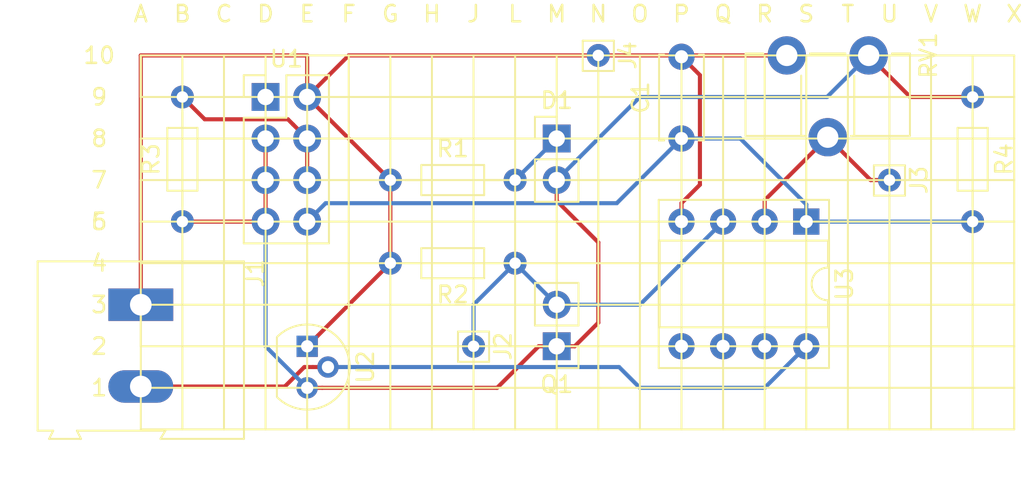
<source format=kicad_pcb>
(kicad_pcb (version 20171130) (host pcbnew 5.1.4-e60b266~84~ubuntu16.04.1)

  (general
    (thickness 1.6)
    (drawings 73)
    (tracks 66)
    (zones 0)
    (modules 15)
    (nets 10)
  )

  (page A4)
  (layers
    (0 F.Cu signal)
    (31 B.Cu signal)
    (32 B.Adhes user)
    (33 F.Adhes user)
    (34 B.Paste user)
    (35 F.Paste user)
    (36 B.SilkS user)
    (37 F.SilkS user)
    (38 B.Mask user)
    (39 F.Mask user)
    (40 Dwgs.User user)
    (41 Cmts.User user)
    (42 Eco1.User user)
    (43 Eco2.User user)
    (44 Edge.Cuts user)
    (45 Margin user)
    (46 B.CrtYd user)
    (47 F.CrtYd user)
    (48 B.Fab user)
    (49 F.Fab user)
  )

  (setup
    (last_trace_width 0.25)
    (trace_clearance 0.2)
    (zone_clearance 0.508)
    (zone_45_only no)
    (trace_min 0.2)
    (via_size 0.8)
    (via_drill 0.4)
    (via_min_size 0.4)
    (via_min_drill 0.3)
    (uvia_size 0.3)
    (uvia_drill 0.1)
    (uvias_allowed no)
    (uvia_min_size 0.2)
    (uvia_min_drill 0.1)
    (edge_width 0.05)
    (segment_width 0.2)
    (pcb_text_width 0.3)
    (pcb_text_size 1.5 1.5)
    (mod_edge_width 0.12)
    (mod_text_size 1 1)
    (mod_text_width 0.15)
    (pad_size 1.524 1.524)
    (pad_drill 0.762)
    (pad_to_mask_clearance 0.051)
    (solder_mask_min_width 0.25)
    (aux_axis_origin 0 0)
    (visible_elements FFFFFF7F)
    (pcbplotparams
      (layerselection 0x010fc_ffffffff)
      (usegerberextensions false)
      (usegerberattributes false)
      (usegerberadvancedattributes false)
      (creategerberjobfile false)
      (excludeedgelayer true)
      (linewidth 0.100000)
      (plotframeref false)
      (viasonmask false)
      (mode 1)
      (useauxorigin false)
      (hpglpennumber 1)
      (hpglpenspeed 20)
      (hpglpendiameter 15.000000)
      (psnegative false)
      (psa4output false)
      (plotreference true)
      (plotvalue true)
      (plotinvisibletext false)
      (padsonsilk false)
      (subtractmaskfromsilk false)
      (outputformat 1)
      (mirror false)
      (drillshape 1)
      (scaleselection 1)
      (outputdirectory ""))
  )

  (net 0 "")
  (net 1 "Net-(C1-Pad1)")
  (net 2 GND)
  (net 3 VDD)
  (net 4 "Net-(R3-Pad2)")
  (net 5 "Net-(U1-Pad1)")
  (net 6 VCC)
  (net 7 "Net-(D1-Pad1)")
  (net 8 "Net-(J2-Pad1)")
  (net 9 "Net-(J3-Pad1)")

  (net_class Default "This is the default net class."
    (clearance 0.2)
    (trace_width 0.25)
    (via_dia 0.8)
    (via_drill 0.4)
    (uvia_dia 0.3)
    (uvia_drill 0.1)
    (add_net GND)
    (add_net "Net-(C1-Pad1)")
    (add_net "Net-(D1-Pad1)")
    (add_net "Net-(J2-Pad1)")
    (add_net "Net-(J3-Pad1)")
    (add_net "Net-(R3-Pad2)")
    (add_net "Net-(U1-Pad1)")
    (add_net VCC)
    (add_net VDD)
  )

  (module Connector_PinHeader_2.54mm:PinHeader_2x04_P2.54mm_Vertical (layer F.Cu) (tedit 59FED5CC) (tstamp 5D8D101A)
    (at 109.22 132.08)
    (descr "Through hole straight pin header, 2x04, 2.54mm pitch, double rows")
    (tags "Through hole pin header THT 2x04 2.54mm double row")
    (path /5D8A9C2D)
    (fp_text reference U1 (at 1.27 -2.33) (layer F.SilkS)
      (effects (font (size 1 1) (thickness 0.15)))
    )
    (fp_text value ESP1 (at 1.27 9.95) (layer F.Fab)
      (effects (font (size 1 1) (thickness 0.15)))
    )
    (fp_line (start 0 -1.27) (end 3.81 -1.27) (layer F.Fab) (width 0.1))
    (fp_line (start 3.81 -1.27) (end 3.81 8.89) (layer F.Fab) (width 0.1))
    (fp_line (start 3.81 8.89) (end -1.27 8.89) (layer F.Fab) (width 0.1))
    (fp_line (start -1.27 8.89) (end -1.27 0) (layer F.Fab) (width 0.1))
    (fp_line (start -1.27 0) (end 0 -1.27) (layer F.Fab) (width 0.1))
    (fp_line (start -1.33 8.95) (end 3.87 8.95) (layer F.SilkS) (width 0.12))
    (fp_line (start -1.33 1.27) (end -1.33 8.95) (layer F.SilkS) (width 0.12))
    (fp_line (start 3.87 -1.33) (end 3.87 8.95) (layer F.SilkS) (width 0.12))
    (fp_line (start -1.33 1.27) (end 1.27 1.27) (layer F.SilkS) (width 0.12))
    (fp_line (start 1.27 1.27) (end 1.27 -1.33) (layer F.SilkS) (width 0.12))
    (fp_line (start 1.27 -1.33) (end 3.87 -1.33) (layer F.SilkS) (width 0.12))
    (fp_line (start -1.33 0) (end -1.33 -1.33) (layer F.SilkS) (width 0.12))
    (fp_line (start -1.33 -1.33) (end 0 -1.33) (layer F.SilkS) (width 0.12))
    (fp_line (start -1.8 -1.8) (end -1.8 9.4) (layer F.CrtYd) (width 0.05))
    (fp_line (start -1.8 9.4) (end 4.35 9.4) (layer F.CrtYd) (width 0.05))
    (fp_line (start 4.35 9.4) (end 4.35 -1.8) (layer F.CrtYd) (width 0.05))
    (fp_line (start 4.35 -1.8) (end -1.8 -1.8) (layer F.CrtYd) (width 0.05))
    (fp_text user %R (at 1.27 3.81 90) (layer F.Fab)
      (effects (font (size 1 1) (thickness 0.15)))
    )
    (pad 1 thru_hole rect (at 0 0) (size 1.7 1.7) (drill 1) (layers *.Cu *.Mask)
      (net 5 "Net-(U1-Pad1)"))
    (pad 2 thru_hole oval (at 2.54 0) (size 1.7 1.7) (drill 1) (layers *.Cu *.Mask)
      (net 2 GND))
    (pad 3 thru_hole oval (at 0 2.54) (size 1.7 1.7) (drill 1) (layers *.Cu *.Mask)
      (net 3 VDD))
    (pad 4 thru_hole oval (at 2.54 2.54) (size 1.7 1.7) (drill 1) (layers *.Cu *.Mask)
      (net 4 "Net-(R3-Pad2)"))
    (pad 5 thru_hole oval (at 0 5.08) (size 1.7 1.7) (drill 1) (layers *.Cu *.Mask)
      (net 3 VDD))
    (pad 6 thru_hole oval (at 2.54 5.08) (size 1.7 1.7) (drill 1) (layers *.Cu *.Mask)
      (net 4 "Net-(R3-Pad2)"))
    (pad 7 thru_hole oval (at 0 7.62) (size 1.7 1.7) (drill 1) (layers *.Cu *.Mask)
      (net 3 VDD))
    (pad 8 thru_hole oval (at 2.54 7.62) (size 1.7 1.7) (drill 1) (layers *.Cu *.Mask)
      (net 1 "Net-(C1-Pad1)"))
    (model ${KISYS3DMOD}/Connector_PinHeader_2.54mm.3dshapes/PinHeader_2x04_P2.54mm_Vertical.wrl
      (at (xyz 0 0 0))
      (scale (xyz 1 1 1))
      (rotate (xyz 0 0 0))
    )
  )

  (module Capacitor_THT:C_Disc_D5.0mm_W2.5mm_P5.00mm (layer F.Cu) (tedit 5AE50EF0) (tstamp 5D8D07E2)
    (at 134.62 134.62 90)
    (descr "C, Disc series, Radial, pin pitch=5.00mm, , diameter*width=5*2.5mm^2, Capacitor, http://cdn-reichelt.de/documents/datenblatt/B300/DS_KERKO_TC.pdf")
    (tags "C Disc series Radial pin pitch 5.00mm  diameter 5mm width 2.5mm Capacitor")
    (path /5D89E002)
    (fp_text reference C1 (at 2.5 -2.5 90) (layer F.SilkS)
      (effects (font (size 1 1) (thickness 0.15)))
    )
    (fp_text value 100nF (at 2.5 2.5 90) (layer F.Fab)
      (effects (font (size 1 1) (thickness 0.15)))
    )
    (fp_line (start 0 -1.25) (end 0 1.25) (layer F.Fab) (width 0.1))
    (fp_line (start 0 1.25) (end 5 1.25) (layer F.Fab) (width 0.1))
    (fp_line (start 5 1.25) (end 5 -1.25) (layer F.Fab) (width 0.1))
    (fp_line (start 5 -1.25) (end 0 -1.25) (layer F.Fab) (width 0.1))
    (fp_line (start -0.12 -1.37) (end 5.12 -1.37) (layer F.SilkS) (width 0.12))
    (fp_line (start -0.12 1.37) (end 5.12 1.37) (layer F.SilkS) (width 0.12))
    (fp_line (start -0.12 -1.37) (end -0.12 -1.055) (layer F.SilkS) (width 0.12))
    (fp_line (start -0.12 1.055) (end -0.12 1.37) (layer F.SilkS) (width 0.12))
    (fp_line (start 5.12 -1.37) (end 5.12 -1.055) (layer F.SilkS) (width 0.12))
    (fp_line (start 5.12 1.055) (end 5.12 1.37) (layer F.SilkS) (width 0.12))
    (fp_line (start -1.05 -1.5) (end -1.05 1.5) (layer F.CrtYd) (width 0.05))
    (fp_line (start -1.05 1.5) (end 6.05 1.5) (layer F.CrtYd) (width 0.05))
    (fp_line (start 6.05 1.5) (end 6.05 -1.5) (layer F.CrtYd) (width 0.05))
    (fp_line (start 6.05 -1.5) (end -1.05 -1.5) (layer F.CrtYd) (width 0.05))
    (fp_text user %R (at 2.5 0 270) (layer F.Fab)
      (effects (font (size 1 1) (thickness 0.15)))
    )
    (pad 1 thru_hole circle (at 0 0 90) (size 1.6 1.6) (drill 0.8) (layers *.Cu *.Mask)
      (net 1 "Net-(C1-Pad1)"))
    (pad 2 thru_hole circle (at 5 0 90) (size 1.6 1.6) (drill 0.8) (layers *.Cu *.Mask)
      (net 2 GND))
    (model ${KISYS3DMOD}/Capacitor_THT.3dshapes/C_Disc_D5.0mm_W2.5mm_P5.00mm.wrl
      (at (xyz 0 0 0))
      (scale (xyz 1 1 1))
      (rotate (xyz 0 0 0))
    )
  )

  (module Connector_PinHeader_2.54mm:PinHeader_1x02_P2.54mm_Vertical (layer F.Cu) (tedit 59FED5CC) (tstamp 5D8A6561)
    (at 127 134.62)
    (descr "Through hole straight pin header, 1x02, 2.54mm pitch, single row")
    (tags "Through hole pin header THT 1x02 2.54mm single row")
    (path /5D35E76D)
    (fp_text reference D1 (at 0 -2.33) (layer F.SilkS)
      (effects (font (size 1 1) (thickness 0.15)))
    )
    (fp_text value LED (at 0 4.87) (layer F.Fab)
      (effects (font (size 1 1) (thickness 0.15)))
    )
    (fp_text user %R (at 0 1.27 90) (layer F.Fab)
      (effects (font (size 1 1) (thickness 0.15)))
    )
    (fp_line (start 1.8 -1.8) (end -1.8 -1.8) (layer F.CrtYd) (width 0.05))
    (fp_line (start 1.8 4.35) (end 1.8 -1.8) (layer F.CrtYd) (width 0.05))
    (fp_line (start -1.8 4.35) (end 1.8 4.35) (layer F.CrtYd) (width 0.05))
    (fp_line (start -1.8 -1.8) (end -1.8 4.35) (layer F.CrtYd) (width 0.05))
    (fp_line (start -1.33 -1.33) (end 0 -1.33) (layer F.SilkS) (width 0.12))
    (fp_line (start -1.33 0) (end -1.33 -1.33) (layer F.SilkS) (width 0.12))
    (fp_line (start -1.33 1.27) (end 1.33 1.27) (layer F.SilkS) (width 0.12))
    (fp_line (start 1.33 1.27) (end 1.33 3.87) (layer F.SilkS) (width 0.12))
    (fp_line (start -1.33 1.27) (end -1.33 3.87) (layer F.SilkS) (width 0.12))
    (fp_line (start -1.33 3.87) (end 1.33 3.87) (layer F.SilkS) (width 0.12))
    (fp_line (start -1.27 -0.635) (end -0.635 -1.27) (layer F.Fab) (width 0.1))
    (fp_line (start -1.27 3.81) (end -1.27 -0.635) (layer F.Fab) (width 0.1))
    (fp_line (start 1.27 3.81) (end -1.27 3.81) (layer F.Fab) (width 0.1))
    (fp_line (start 1.27 -1.27) (end 1.27 3.81) (layer F.Fab) (width 0.1))
    (fp_line (start -0.635 -1.27) (end 1.27 -1.27) (layer F.Fab) (width 0.1))
    (pad 2 thru_hole oval (at 0 2.54) (size 1.7 1.7) (drill 1) (layers *.Cu *.Mask)
      (net 3 VDD))
    (pad 1 thru_hole rect (at 0 0) (size 1.7 1.7) (drill 1) (layers *.Cu *.Mask)
      (net 7 "Net-(D1-Pad1)"))
    (model ${KISYS3DMOD}/Connector_PinHeader_2.54mm.3dshapes/PinHeader_1x02_P2.54mm_Vertical.wrl
      (at (xyz 0 0 0))
      (scale (xyz 1 1 1))
      (rotate (xyz 0 0 0))
    )
  )

  (module Connector_PinHeader_2.54mm:PinHeader_1x02_P2.54mm_Vertical (layer F.Cu) (tedit 59FED5CC) (tstamp 5D8A7565)
    (at 127 147.32 180)
    (descr "Through hole straight pin header, 1x02, 2.54mm pitch, single row")
    (tags "Through hole pin header THT 1x02 2.54mm single row")
    (path /5D35C4B0)
    (fp_text reference Q1 (at 0 -2.33) (layer F.SilkS)
      (effects (font (size 1 1) (thickness 0.15)))
    )
    (fp_text value Q_Photo_NPN (at 0 4.87) (layer F.Fab)
      (effects (font (size 1 1) (thickness 0.15)))
    )
    (fp_line (start -0.635 -1.27) (end 1.27 -1.27) (layer F.Fab) (width 0.1))
    (fp_line (start 1.27 -1.27) (end 1.27 3.81) (layer F.Fab) (width 0.1))
    (fp_line (start 1.27 3.81) (end -1.27 3.81) (layer F.Fab) (width 0.1))
    (fp_line (start -1.27 3.81) (end -1.27 -0.635) (layer F.Fab) (width 0.1))
    (fp_line (start -1.27 -0.635) (end -0.635 -1.27) (layer F.Fab) (width 0.1))
    (fp_line (start -1.33 3.87) (end 1.33 3.87) (layer F.SilkS) (width 0.12))
    (fp_line (start -1.33 1.27) (end -1.33 3.87) (layer F.SilkS) (width 0.12))
    (fp_line (start 1.33 1.27) (end 1.33 3.87) (layer F.SilkS) (width 0.12))
    (fp_line (start -1.33 1.27) (end 1.33 1.27) (layer F.SilkS) (width 0.12))
    (fp_line (start -1.33 0) (end -1.33 -1.33) (layer F.SilkS) (width 0.12))
    (fp_line (start -1.33 -1.33) (end 0 -1.33) (layer F.SilkS) (width 0.12))
    (fp_line (start -1.8 -1.8) (end -1.8 4.35) (layer F.CrtYd) (width 0.05))
    (fp_line (start -1.8 4.35) (end 1.8 4.35) (layer F.CrtYd) (width 0.05))
    (fp_line (start 1.8 4.35) (end 1.8 -1.8) (layer F.CrtYd) (width 0.05))
    (fp_line (start 1.8 -1.8) (end -1.8 -1.8) (layer F.CrtYd) (width 0.05))
    (fp_text user %R (at 0 1.27 90) (layer F.Fab)
      (effects (font (size 1 1) (thickness 0.15)))
    )
    (pad 1 thru_hole rect (at 0 0 180) (size 1.7 1.7) (drill 1) (layers *.Cu *.Mask)
      (net 3 VDD))
    (pad 2 thru_hole oval (at 0 2.54 180) (size 1.7 1.7) (drill 1) (layers *.Cu *.Mask)
      (net 8 "Net-(J2-Pad1)"))
    (model ${KISYS3DMOD}/Connector_PinHeader_2.54mm.3dshapes/PinHeader_1x02_P2.54mm_Vertical.wrl
      (at (xyz 0 0 0))
      (scale (xyz 1 1 1))
      (rotate (xyz 0 0 0))
    )
  )

  (module Resistor_THT:R_Axial_DIN0204_L3.6mm_D1.6mm_P7.62mm_Horizontal (layer F.Cu) (tedit 5AE5139B) (tstamp 5D8A658E)
    (at 116.84 137.16)
    (descr "Resistor, Axial_DIN0204 series, Axial, Horizontal, pin pitch=7.62mm, 0.167W, length*diameter=3.6*1.6mm^2, http://cdn-reichelt.de/documents/datenblatt/B400/1_4W%23YAG.pdf")
    (tags "Resistor Axial_DIN0204 series Axial Horizontal pin pitch 7.62mm 0.167W length 3.6mm diameter 1.6mm")
    (path /5D361568)
    (fp_text reference R1 (at 3.81 -1.92) (layer F.SilkS)
      (effects (font (size 1 1) (thickness 0.15)))
    )
    (fp_text value 56 (at 3.81 1.92) (layer F.Fab)
      (effects (font (size 1 1) (thickness 0.15)))
    )
    (fp_text user %R (at 3.81 0) (layer F.Fab)
      (effects (font (size 0.72 0.72) (thickness 0.108)))
    )
    (fp_line (start 8.57 -1.05) (end -0.95 -1.05) (layer F.CrtYd) (width 0.05))
    (fp_line (start 8.57 1.05) (end 8.57 -1.05) (layer F.CrtYd) (width 0.05))
    (fp_line (start -0.95 1.05) (end 8.57 1.05) (layer F.CrtYd) (width 0.05))
    (fp_line (start -0.95 -1.05) (end -0.95 1.05) (layer F.CrtYd) (width 0.05))
    (fp_line (start 6.68 0) (end 5.73 0) (layer F.SilkS) (width 0.12))
    (fp_line (start 0.94 0) (end 1.89 0) (layer F.SilkS) (width 0.12))
    (fp_line (start 5.73 -0.92) (end 1.89 -0.92) (layer F.SilkS) (width 0.12))
    (fp_line (start 5.73 0.92) (end 5.73 -0.92) (layer F.SilkS) (width 0.12))
    (fp_line (start 1.89 0.92) (end 5.73 0.92) (layer F.SilkS) (width 0.12))
    (fp_line (start 1.89 -0.92) (end 1.89 0.92) (layer F.SilkS) (width 0.12))
    (fp_line (start 7.62 0) (end 5.61 0) (layer F.Fab) (width 0.1))
    (fp_line (start 0 0) (end 2.01 0) (layer F.Fab) (width 0.1))
    (fp_line (start 5.61 -0.8) (end 2.01 -0.8) (layer F.Fab) (width 0.1))
    (fp_line (start 5.61 0.8) (end 5.61 -0.8) (layer F.Fab) (width 0.1))
    (fp_line (start 2.01 0.8) (end 5.61 0.8) (layer F.Fab) (width 0.1))
    (fp_line (start 2.01 -0.8) (end 2.01 0.8) (layer F.Fab) (width 0.1))
    (pad 2 thru_hole oval (at 7.62 0) (size 1.4 1.4) (drill 0.7) (layers *.Cu *.Mask)
      (net 7 "Net-(D1-Pad1)"))
    (pad 1 thru_hole circle (at 0 0) (size 1.4 1.4) (drill 0.7) (layers *.Cu *.Mask)
      (net 2 GND))
    (model ${KISYS3DMOD}/Resistor_THT.3dshapes/R_Axial_DIN0204_L3.6mm_D1.6mm_P7.62mm_Horizontal.wrl
      (at (xyz 0 0 0))
      (scale (xyz 1 1 1))
      (rotate (xyz 0 0 0))
    )
  )

  (module Resistor_THT:R_Axial_DIN0204_L3.6mm_D1.6mm_P7.62mm_Horizontal (layer F.Cu) (tedit 5AE5139B) (tstamp 5D8A65A5)
    (at 124.46 142.24 180)
    (descr "Resistor, Axial_DIN0204 series, Axial, Horizontal, pin pitch=7.62mm, 0.167W, length*diameter=3.6*1.6mm^2, http://cdn-reichelt.de/documents/datenblatt/B400/1_4W%23YAG.pdf")
    (tags "Resistor Axial_DIN0204 series Axial Horizontal pin pitch 7.62mm 0.167W length 3.6mm diameter 1.6mm")
    (path /5D360FBF)
    (fp_text reference R2 (at 3.81 -1.92) (layer F.SilkS)
      (effects (font (size 1 1) (thickness 0.15)))
    )
    (fp_text value 22k (at 3.81 1.92) (layer F.Fab)
      (effects (font (size 1 1) (thickness 0.15)))
    )
    (fp_line (start 2.01 -0.8) (end 2.01 0.8) (layer F.Fab) (width 0.1))
    (fp_line (start 2.01 0.8) (end 5.61 0.8) (layer F.Fab) (width 0.1))
    (fp_line (start 5.61 0.8) (end 5.61 -0.8) (layer F.Fab) (width 0.1))
    (fp_line (start 5.61 -0.8) (end 2.01 -0.8) (layer F.Fab) (width 0.1))
    (fp_line (start 0 0) (end 2.01 0) (layer F.Fab) (width 0.1))
    (fp_line (start 7.62 0) (end 5.61 0) (layer F.Fab) (width 0.1))
    (fp_line (start 1.89 -0.92) (end 1.89 0.92) (layer F.SilkS) (width 0.12))
    (fp_line (start 1.89 0.92) (end 5.73 0.92) (layer F.SilkS) (width 0.12))
    (fp_line (start 5.73 0.92) (end 5.73 -0.92) (layer F.SilkS) (width 0.12))
    (fp_line (start 5.73 -0.92) (end 1.89 -0.92) (layer F.SilkS) (width 0.12))
    (fp_line (start 0.94 0) (end 1.89 0) (layer F.SilkS) (width 0.12))
    (fp_line (start 6.68 0) (end 5.73 0) (layer F.SilkS) (width 0.12))
    (fp_line (start -0.95 -1.05) (end -0.95 1.05) (layer F.CrtYd) (width 0.05))
    (fp_line (start -0.95 1.05) (end 8.57 1.05) (layer F.CrtYd) (width 0.05))
    (fp_line (start 8.57 1.05) (end 8.57 -1.05) (layer F.CrtYd) (width 0.05))
    (fp_line (start 8.57 -1.05) (end -0.95 -1.05) (layer F.CrtYd) (width 0.05))
    (fp_text user %R (at 3.81 0) (layer F.Fab)
      (effects (font (size 0.72 0.72) (thickness 0.108)))
    )
    (pad 1 thru_hole circle (at 0 0 180) (size 1.4 1.4) (drill 0.7) (layers *.Cu *.Mask)
      (net 8 "Net-(J2-Pad1)"))
    (pad 2 thru_hole oval (at 7.62 0 180) (size 1.4 1.4) (drill 0.7) (layers *.Cu *.Mask)
      (net 2 GND))
    (model ${KISYS3DMOD}/Resistor_THT.3dshapes/R_Axial_DIN0204_L3.6mm_D1.6mm_P7.62mm_Horizontal.wrl
      (at (xyz 0 0 0))
      (scale (xyz 1 1 1))
      (rotate (xyz 0 0 0))
    )
  )

  (module Resistor_THT:R_Axial_DIN0204_L3.6mm_D1.6mm_P7.62mm_Horizontal (layer F.Cu) (tedit 5AE5139B) (tstamp 5D8D065E)
    (at 104.14 139.7 90)
    (descr "Resistor, Axial_DIN0204 series, Axial, Horizontal, pin pitch=7.62mm, 0.167W, length*diameter=3.6*1.6mm^2, http://cdn-reichelt.de/documents/datenblatt/B400/1_4W%23YAG.pdf")
    (tags "Resistor Axial_DIN0204 series Axial Horizontal pin pitch 7.62mm 0.167W length 3.6mm diameter 1.6mm")
    (path /5D8B3482)
    (fp_text reference R3 (at 3.81 -1.92 90) (layer F.SilkS)
      (effects (font (size 1 1) (thickness 0.15)))
    )
    (fp_text value 3k3 (at 3.81 1.92 90) (layer F.Fab)
      (effects (font (size 1 1) (thickness 0.15)))
    )
    (fp_line (start 2.01 -0.8) (end 2.01 0.8) (layer F.Fab) (width 0.1))
    (fp_line (start 2.01 0.8) (end 5.61 0.8) (layer F.Fab) (width 0.1))
    (fp_line (start 5.61 0.8) (end 5.61 -0.8) (layer F.Fab) (width 0.1))
    (fp_line (start 5.61 -0.8) (end 2.01 -0.8) (layer F.Fab) (width 0.1))
    (fp_line (start 0 0) (end 2.01 0) (layer F.Fab) (width 0.1))
    (fp_line (start 7.62 0) (end 5.61 0) (layer F.Fab) (width 0.1))
    (fp_line (start 1.89 -0.92) (end 1.89 0.92) (layer F.SilkS) (width 0.12))
    (fp_line (start 1.89 0.92) (end 5.73 0.92) (layer F.SilkS) (width 0.12))
    (fp_line (start 5.73 0.92) (end 5.73 -0.92) (layer F.SilkS) (width 0.12))
    (fp_line (start 5.73 -0.92) (end 1.89 -0.92) (layer F.SilkS) (width 0.12))
    (fp_line (start 0.94 0) (end 1.89 0) (layer F.SilkS) (width 0.12))
    (fp_line (start 6.68 0) (end 5.73 0) (layer F.SilkS) (width 0.12))
    (fp_line (start -0.95 -1.05) (end -0.95 1.05) (layer F.CrtYd) (width 0.05))
    (fp_line (start -0.95 1.05) (end 8.57 1.05) (layer F.CrtYd) (width 0.05))
    (fp_line (start 8.57 1.05) (end 8.57 -1.05) (layer F.CrtYd) (width 0.05))
    (fp_line (start 8.57 -1.05) (end -0.95 -1.05) (layer F.CrtYd) (width 0.05))
    (fp_text user %R (at 3.81 0 90) (layer F.Fab)
      (effects (font (size 0.72 0.72) (thickness 0.108)))
    )
    (pad 1 thru_hole circle (at 0 0 90) (size 1.4 1.4) (drill 0.7) (layers *.Cu *.Mask)
      (net 3 VDD))
    (pad 2 thru_hole oval (at 7.62 0 90) (size 1.4 1.4) (drill 0.7) (layers *.Cu *.Mask)
      (net 4 "Net-(R3-Pad2)"))
    (model ${KISYS3DMOD}/Resistor_THT.3dshapes/R_Axial_DIN0204_L3.6mm_D1.6mm_P7.62mm_Horizontal.wrl
      (at (xyz 0 0 0))
      (scale (xyz 1 1 1))
      (rotate (xyz 0 0 0))
    )
  )

  (module Package_TO_SOT_THT:TO-92 (layer F.Cu) (tedit 5A279852) (tstamp 5D8D1243)
    (at 111.76 147.32 270)
    (descr "TO-92 leads molded, narrow, drill 0.75mm (see NXP sot054_po.pdf)")
    (tags "to-92 sc-43 sc-43a sot54 PA33 transistor")
    (path /5D3977D9)
    (fp_text reference U2 (at 1.27 -3.56 90) (layer F.SilkS)
      (effects (font (size 1 1) (thickness 0.15)))
    )
    (fp_text value MCP1700-3.3 (at 1.27 2.79 90) (layer F.Fab)
      (effects (font (size 1 1) (thickness 0.15)))
    )
    (fp_text user %R (at 1.27 -3.56 90) (layer F.Fab)
      (effects (font (size 1 1) (thickness 0.15)))
    )
    (fp_line (start -0.53 1.85) (end 3.07 1.85) (layer F.SilkS) (width 0.12))
    (fp_line (start -0.5 1.75) (end 3 1.75) (layer F.Fab) (width 0.1))
    (fp_line (start -1.46 -2.73) (end 4 -2.73) (layer F.CrtYd) (width 0.05))
    (fp_line (start -1.46 -2.73) (end -1.46 2.01) (layer F.CrtYd) (width 0.05))
    (fp_line (start 4 2.01) (end 4 -2.73) (layer F.CrtYd) (width 0.05))
    (fp_line (start 4 2.01) (end -1.46 2.01) (layer F.CrtYd) (width 0.05))
    (fp_arc (start 1.27 0) (end 1.27 -2.48) (angle 135) (layer F.Fab) (width 0.1))
    (fp_arc (start 1.27 0) (end 1.27 -2.6) (angle -135) (layer F.SilkS) (width 0.12))
    (fp_arc (start 1.27 0) (end 1.27 -2.48) (angle -135) (layer F.Fab) (width 0.1))
    (fp_arc (start 1.27 0) (end 1.27 -2.6) (angle 135) (layer F.SilkS) (width 0.12))
    (pad 2 thru_hole circle (at 1.27 -1.27) (size 1.3 1.3) (drill 0.75) (layers *.Cu *.Mask)
      (net 6 VCC))
    (pad 3 thru_hole circle (at 2.54 0) (size 1.3 1.3) (drill 0.75) (layers *.Cu *.Mask)
      (net 3 VDD))
    (pad 1 thru_hole rect (at 0 0) (size 1.3 1.3) (drill 0.75) (layers *.Cu *.Mask)
      (net 2 GND))
    (model ${KISYS3DMOD}/Package_TO_SOT_THT.3dshapes/TO-92.wrl
      (at (xyz 0 0 0))
      (scale (xyz 1 1 1))
      (rotate (xyz 0 0 0))
    )
  )

  (module Potentiometer_THT:Potentiometer_ACP_CA9-H5_Horizontal (layer F.Cu) (tedit 5A3D4994) (tstamp 5D8A7A4D)
    (at 146.05 129.54 270)
    (descr "Potentiometer, horizontal, ACP CA9-H5, http://www.acptechnologies.com/wp-content/uploads/2017/05/02-ACP-CA9-CE9.pdf")
    (tags "Potentiometer horizontal ACP CA9-H5")
    (path /5D39FFBD)
    (fp_text reference RV1 (at 0 -3.65 90) (layer F.SilkS)
      (effects (font (size 1 1) (thickness 0.15)))
    )
    (fp_text value 10k (at 0 8.65 90) (layer F.Fab)
      (effects (font (size 1 1) (thickness 0.15)))
    )
    (fp_line (start 4.8 -2.4) (end 4.8 7.4) (layer F.Fab) (width 0.1))
    (fp_line (start 4.8 7.4) (end 0 7.4) (layer F.Fab) (width 0.1))
    (fp_line (start 0 7.4) (end 0 -2.4) (layer F.Fab) (width 0.1))
    (fp_line (start 0 -2.4) (end 4.8 -2.4) (layer F.Fab) (width 0.1))
    (fp_line (start 0 1) (end 0 4) (layer F.Fab) (width 0.1))
    (fp_line (start 0 4) (end 4.8 4) (layer F.Fab) (width 0.1))
    (fp_line (start 4.8 4) (end 4.8 1) (layer F.Fab) (width 0.1))
    (fp_line (start 4.8 1) (end 0 1) (layer F.Fab) (width 0.1))
    (fp_line (start -0.121 -2.521) (end 4.92 -2.521) (layer F.SilkS) (width 0.12))
    (fp_line (start -0.121 7.52) (end 4.92 7.52) (layer F.SilkS) (width 0.12))
    (fp_line (start 4.92 -2.521) (end 4.92 1.075) (layer F.SilkS) (width 0.12))
    (fp_line (start 4.92 3.925) (end 4.92 7.52) (layer F.SilkS) (width 0.12))
    (fp_line (start -0.121 6.425) (end -0.121 7.52) (layer F.SilkS) (width 0.12))
    (fp_line (start -0.121 -2.521) (end -0.121 -1.426) (layer F.SilkS) (width 0.12))
    (fp_line (start -0.121 1.426) (end -0.121 3.575) (layer F.SilkS) (width 0.12))
    (fp_line (start 1.237 0.88) (end 4.92 0.88) (layer F.SilkS) (width 0.12))
    (fp_line (start 1.237 4.12) (end 4.92 4.12) (layer F.SilkS) (width 0.12))
    (fp_line (start -0.121 1.426) (end -0.121 3.575) (layer F.SilkS) (width 0.12))
    (fp_line (start 4.92 0.88) (end 4.92 1.075) (layer F.SilkS) (width 0.12))
    (fp_line (start 4.92 3.925) (end 4.92 4.12) (layer F.SilkS) (width 0.12))
    (fp_line (start -1.45 -2.7) (end -1.45 7.65) (layer F.CrtYd) (width 0.05))
    (fp_line (start -1.45 7.65) (end 6.45 7.65) (layer F.CrtYd) (width 0.05))
    (fp_line (start 6.45 7.65) (end 6.45 -2.7) (layer F.CrtYd) (width 0.05))
    (fp_line (start 6.45 -2.7) (end -1.45 -2.7) (layer F.CrtYd) (width 0.05))
    (fp_text user %R (at 2.4 2.5 90) (layer F.Fab)
      (effects (font (size 1 1) (thickness 0.15)))
    )
    (pad 3 thru_hole circle (at 0 5 270) (size 2.34 2.34) (drill 1.3) (layers *.Cu *.Mask)
      (net 2 GND))
    (pad 2 thru_hole circle (at 5 2.5 270) (size 2.34 2.34) (drill 1.3) (layers *.Cu *.Mask)
      (net 9 "Net-(J3-Pad1)"))
    (pad 1 thru_hole circle (at 0 0 270) (size 2.34 2.34) (drill 1.3) (layers *.Cu *.Mask)
      (net 3 VDD))
    (model ${KISYS3DMOD}/Potentiometer_THT.3dshapes/Potentiometer_ACP_CA9-H5_Horizontal.wrl
      (at (xyz 0 0 0))
      (scale (xyz 1 1 1))
      (rotate (xyz 0 0 0))
    )
  )

  (module Package_DIP:DIP-8_W7.62mm_Socket (layer F.Cu) (tedit 5A02E8C5) (tstamp 5D8D0E1F)
    (at 142.24 139.7 270)
    (descr "8-lead though-hole mounted DIP package, row spacing 7.62 mm (300 mils), Socket")
    (tags "THT DIP DIL PDIP 2.54mm 7.62mm 300mil Socket")
    (path /5D35F262)
    (fp_text reference U3 (at 3.81 -2.33 90) (layer F.SilkS)
      (effects (font (size 1 1) (thickness 0.15)))
    )
    (fp_text value LM293 (at 3.81 9.95 90) (layer F.Fab)
      (effects (font (size 1 1) (thickness 0.15)))
    )
    (fp_arc (start 3.81 -1.33) (end 2.81 -1.33) (angle -180) (layer F.SilkS) (width 0.12))
    (fp_line (start 1.635 -1.27) (end 6.985 -1.27) (layer F.Fab) (width 0.1))
    (fp_line (start 6.985 -1.27) (end 6.985 8.89) (layer F.Fab) (width 0.1))
    (fp_line (start 6.985 8.89) (end 0.635 8.89) (layer F.Fab) (width 0.1))
    (fp_line (start 0.635 8.89) (end 0.635 -0.27) (layer F.Fab) (width 0.1))
    (fp_line (start 0.635 -0.27) (end 1.635 -1.27) (layer F.Fab) (width 0.1))
    (fp_line (start -1.27 -1.33) (end -1.27 8.95) (layer F.Fab) (width 0.1))
    (fp_line (start -1.27 8.95) (end 8.89 8.95) (layer F.Fab) (width 0.1))
    (fp_line (start 8.89 8.95) (end 8.89 -1.33) (layer F.Fab) (width 0.1))
    (fp_line (start 8.89 -1.33) (end -1.27 -1.33) (layer F.Fab) (width 0.1))
    (fp_line (start 2.81 -1.33) (end 1.16 -1.33) (layer F.SilkS) (width 0.12))
    (fp_line (start 1.16 -1.33) (end 1.16 8.95) (layer F.SilkS) (width 0.12))
    (fp_line (start 1.16 8.95) (end 6.46 8.95) (layer F.SilkS) (width 0.12))
    (fp_line (start 6.46 8.95) (end 6.46 -1.33) (layer F.SilkS) (width 0.12))
    (fp_line (start 6.46 -1.33) (end 4.81 -1.33) (layer F.SilkS) (width 0.12))
    (fp_line (start -1.33 -1.39) (end -1.33 9.01) (layer F.SilkS) (width 0.12))
    (fp_line (start -1.33 9.01) (end 8.95 9.01) (layer F.SilkS) (width 0.12))
    (fp_line (start 8.95 9.01) (end 8.95 -1.39) (layer F.SilkS) (width 0.12))
    (fp_line (start 8.95 -1.39) (end -1.33 -1.39) (layer F.SilkS) (width 0.12))
    (fp_line (start -1.55 -1.6) (end -1.55 9.2) (layer F.CrtYd) (width 0.05))
    (fp_line (start -1.55 9.2) (end 9.15 9.2) (layer F.CrtYd) (width 0.05))
    (fp_line (start 9.15 9.2) (end 9.15 -1.6) (layer F.CrtYd) (width 0.05))
    (fp_line (start 9.15 -1.6) (end -1.55 -1.6) (layer F.CrtYd) (width 0.05))
    (fp_text user %R (at 3.81 3.81 90) (layer F.Fab)
      (effects (font (size 1 1) (thickness 0.15)))
    )
    (pad 1 thru_hole rect (at 0 0 270) (size 1.6 1.6) (drill 0.8) (layers *.Cu *.Mask)
      (net 1 "Net-(C1-Pad1)"))
    (pad 5 thru_hole oval (at 7.62 7.62 270) (size 1.6 1.6) (drill 0.8) (layers *.Cu *.Mask))
    (pad 2 thru_hole oval (at 0 2.54 270) (size 1.6 1.6) (drill 0.8) (layers *.Cu *.Mask)
      (net 9 "Net-(J3-Pad1)"))
    (pad 6 thru_hole oval (at 7.62 5.08 270) (size 1.6 1.6) (drill 0.8) (layers *.Cu *.Mask))
    (pad 3 thru_hole oval (at 0 5.08 270) (size 1.6 1.6) (drill 0.8) (layers *.Cu *.Mask)
      (net 8 "Net-(J2-Pad1)"))
    (pad 7 thru_hole oval (at 7.62 2.54 270) (size 1.6 1.6) (drill 0.8) (layers *.Cu *.Mask))
    (pad 4 thru_hole oval (at 0 7.62 270) (size 1.6 1.6) (drill 0.8) (layers *.Cu *.Mask)
      (net 2 GND))
    (pad 8 thru_hole oval (at 7.62 0 270) (size 1.6 1.6) (drill 0.8) (layers *.Cu *.Mask)
      (net 6 VCC))
    (model ${KISYS3DMOD}/Package_DIP.3dshapes/DIP-8_W7.62mm_Socket.wrl
      (at (xyz 0 0 0))
      (scale (xyz 1 1 1))
      (rotate (xyz 0 0 0))
    )
  )

  (module TerminalBlock:TerminalBlock_Altech_AK300-2_P5.00mm (layer F.Cu) (tedit 59FF0306) (tstamp 5D8A85A7)
    (at 101.6 144.78 270)
    (descr "Altech AK300 terminal block, pitch 5.0mm, 45 degree angled, see http://www.mouser.com/ds/2/16/PCBMETRC-24178.pdf")
    (tags "Altech AK300 terminal block pitch 5.0mm")
    (path /5D8B0312)
    (fp_text reference J1 (at -1.92 -6.99 90) (layer F.SilkS)
      (effects (font (size 1 1) (thickness 0.15)))
    )
    (fp_text value Screw_Terminal_01x02 (at 2.78 7.75 90) (layer F.Fab)
      (effects (font (size 1 1) (thickness 0.15)))
    )
    (fp_text user %R (at 2.5 -2 90) (layer F.Fab)
      (effects (font (size 1 1) (thickness 0.15)))
    )
    (fp_line (start -2.65 -6.3) (end -2.65 6.3) (layer F.SilkS) (width 0.12))
    (fp_line (start -2.65 6.3) (end 7.7 6.3) (layer F.SilkS) (width 0.12))
    (fp_line (start 7.7 6.3) (end 7.7 5.35) (layer F.SilkS) (width 0.12))
    (fp_line (start 7.7 5.35) (end 8.2 5.6) (layer F.SilkS) (width 0.12))
    (fp_line (start 8.2 5.6) (end 8.2 3.7) (layer F.SilkS) (width 0.12))
    (fp_line (start 8.2 3.7) (end 8.2 3.65) (layer F.SilkS) (width 0.12))
    (fp_line (start 8.2 3.65) (end 7.7 3.9) (layer F.SilkS) (width 0.12))
    (fp_line (start 7.7 3.9) (end 7.7 -1.5) (layer F.SilkS) (width 0.12))
    (fp_line (start 7.7 -1.5) (end 8.2 -1.2) (layer F.SilkS) (width 0.12))
    (fp_line (start 8.2 -1.2) (end 8.2 -6.3) (layer F.SilkS) (width 0.12))
    (fp_line (start 8.2 -6.3) (end -2.65 -6.3) (layer F.SilkS) (width 0.12))
    (fp_line (start -1.26 2.54) (end 1.28 2.54) (layer F.Fab) (width 0.1))
    (fp_line (start 1.28 2.54) (end 1.28 -0.25) (layer F.Fab) (width 0.1))
    (fp_line (start -1.26 -0.25) (end 1.28 -0.25) (layer F.Fab) (width 0.1))
    (fp_line (start -1.26 2.54) (end -1.26 -0.25) (layer F.Fab) (width 0.1))
    (fp_line (start 3.74 2.54) (end 6.28 2.54) (layer F.Fab) (width 0.1))
    (fp_line (start 6.28 2.54) (end 6.28 -0.25) (layer F.Fab) (width 0.1))
    (fp_line (start 3.74 -0.25) (end 6.28 -0.25) (layer F.Fab) (width 0.1))
    (fp_line (start 3.74 2.54) (end 3.74 -0.25) (layer F.Fab) (width 0.1))
    (fp_line (start 7.61 -6.22) (end 7.61 -3.17) (layer F.Fab) (width 0.1))
    (fp_line (start 7.61 -6.22) (end -2.58 -6.22) (layer F.Fab) (width 0.1))
    (fp_line (start 7.61 -6.22) (end 8.11 -6.22) (layer F.Fab) (width 0.1))
    (fp_line (start 8.11 -6.22) (end 8.11 -1.4) (layer F.Fab) (width 0.1))
    (fp_line (start 8.11 -1.4) (end 7.61 -1.65) (layer F.Fab) (width 0.1))
    (fp_line (start 8.11 5.46) (end 7.61 5.21) (layer F.Fab) (width 0.1))
    (fp_line (start 7.61 5.21) (end 7.61 6.22) (layer F.Fab) (width 0.1))
    (fp_line (start 8.11 3.81) (end 7.61 4.06) (layer F.Fab) (width 0.1))
    (fp_line (start 7.61 4.06) (end 7.61 5.21) (layer F.Fab) (width 0.1))
    (fp_line (start 8.11 3.81) (end 8.11 5.46) (layer F.Fab) (width 0.1))
    (fp_line (start 2.98 6.22) (end 2.98 4.32) (layer F.Fab) (width 0.1))
    (fp_line (start 7.05 -0.25) (end 7.05 4.32) (layer F.Fab) (width 0.1))
    (fp_line (start 2.98 6.22) (end 7.05 6.22) (layer F.Fab) (width 0.1))
    (fp_line (start 7.05 6.22) (end 7.61 6.22) (layer F.Fab) (width 0.1))
    (fp_line (start 2.04 6.22) (end 2.04 4.32) (layer F.Fab) (width 0.1))
    (fp_line (start 2.04 6.22) (end 2.98 6.22) (layer F.Fab) (width 0.1))
    (fp_line (start -2.02 -0.25) (end -2.02 4.32) (layer F.Fab) (width 0.1))
    (fp_line (start -2.58 6.22) (end -2.02 6.22) (layer F.Fab) (width 0.1))
    (fp_line (start -2.02 6.22) (end 2.04 6.22) (layer F.Fab) (width 0.1))
    (fp_line (start 2.98 4.32) (end 7.05 4.32) (layer F.Fab) (width 0.1))
    (fp_line (start 2.98 4.32) (end 2.98 -0.25) (layer F.Fab) (width 0.1))
    (fp_line (start 7.05 4.32) (end 7.05 6.22) (layer F.Fab) (width 0.1))
    (fp_line (start 2.04 4.32) (end -2.02 4.32) (layer F.Fab) (width 0.1))
    (fp_line (start 2.04 4.32) (end 2.04 -0.25) (layer F.Fab) (width 0.1))
    (fp_line (start -2.02 4.32) (end -2.02 6.22) (layer F.Fab) (width 0.1))
    (fp_line (start 6.67 3.68) (end 6.67 0.51) (layer F.Fab) (width 0.1))
    (fp_line (start 6.67 3.68) (end 3.36 3.68) (layer F.Fab) (width 0.1))
    (fp_line (start 3.36 3.68) (end 3.36 0.51) (layer F.Fab) (width 0.1))
    (fp_line (start 1.66 3.68) (end 1.66 0.51) (layer F.Fab) (width 0.1))
    (fp_line (start 1.66 3.68) (end -1.64 3.68) (layer F.Fab) (width 0.1))
    (fp_line (start -1.64 3.68) (end -1.64 0.51) (layer F.Fab) (width 0.1))
    (fp_line (start -1.64 0.51) (end -1.26 0.51) (layer F.Fab) (width 0.1))
    (fp_line (start 1.66 0.51) (end 1.28 0.51) (layer F.Fab) (width 0.1))
    (fp_line (start 3.36 0.51) (end 3.74 0.51) (layer F.Fab) (width 0.1))
    (fp_line (start 6.67 0.51) (end 6.28 0.51) (layer F.Fab) (width 0.1))
    (fp_line (start -2.58 6.22) (end -2.58 -0.64) (layer F.Fab) (width 0.1))
    (fp_line (start -2.58 -0.64) (end -2.58 -3.17) (layer F.Fab) (width 0.1))
    (fp_line (start 7.61 -1.65) (end 7.61 -0.64) (layer F.Fab) (width 0.1))
    (fp_line (start 7.61 -0.64) (end 7.61 4.06) (layer F.Fab) (width 0.1))
    (fp_line (start -2.58 -3.17) (end 7.61 -3.17) (layer F.Fab) (width 0.1))
    (fp_line (start -2.58 -3.17) (end -2.58 -6.22) (layer F.Fab) (width 0.1))
    (fp_line (start 7.61 -3.17) (end 7.61 -1.65) (layer F.Fab) (width 0.1))
    (fp_line (start 2.98 -3.43) (end 2.98 -5.97) (layer F.Fab) (width 0.1))
    (fp_line (start 2.98 -5.97) (end 7.05 -5.97) (layer F.Fab) (width 0.1))
    (fp_line (start 7.05 -5.97) (end 7.05 -3.43) (layer F.Fab) (width 0.1))
    (fp_line (start 7.05 -3.43) (end 2.98 -3.43) (layer F.Fab) (width 0.1))
    (fp_line (start 2.04 -3.43) (end 2.04 -5.97) (layer F.Fab) (width 0.1))
    (fp_line (start 2.04 -3.43) (end -2.02 -3.43) (layer F.Fab) (width 0.1))
    (fp_line (start -2.02 -3.43) (end -2.02 -5.97) (layer F.Fab) (width 0.1))
    (fp_line (start 2.04 -5.97) (end -2.02 -5.97) (layer F.Fab) (width 0.1))
    (fp_line (start 3.39 -4.45) (end 6.44 -5.08) (layer F.Fab) (width 0.1))
    (fp_line (start 3.52 -4.32) (end 6.56 -4.95) (layer F.Fab) (width 0.1))
    (fp_line (start -1.62 -4.45) (end 1.44 -5.08) (layer F.Fab) (width 0.1))
    (fp_line (start -1.49 -4.32) (end 1.56 -4.95) (layer F.Fab) (width 0.1))
    (fp_line (start -2.02 -0.25) (end -1.64 -0.25) (layer F.Fab) (width 0.1))
    (fp_line (start 2.04 -0.25) (end 1.66 -0.25) (layer F.Fab) (width 0.1))
    (fp_line (start 1.66 -0.25) (end -1.64 -0.25) (layer F.Fab) (width 0.1))
    (fp_line (start -2.58 -0.64) (end -1.64 -0.64) (layer F.Fab) (width 0.1))
    (fp_line (start -1.64 -0.64) (end 1.66 -0.64) (layer F.Fab) (width 0.1))
    (fp_line (start 1.66 -0.64) (end 3.36 -0.64) (layer F.Fab) (width 0.1))
    (fp_line (start 7.61 -0.64) (end 6.67 -0.64) (layer F.Fab) (width 0.1))
    (fp_line (start 6.67 -0.64) (end 3.36 -0.64) (layer F.Fab) (width 0.1))
    (fp_line (start 7.05 -0.25) (end 6.67 -0.25) (layer F.Fab) (width 0.1))
    (fp_line (start 2.98 -0.25) (end 3.36 -0.25) (layer F.Fab) (width 0.1))
    (fp_line (start 3.36 -0.25) (end 6.67 -0.25) (layer F.Fab) (width 0.1))
    (fp_line (start -2.83 -6.47) (end 8.36 -6.47) (layer F.CrtYd) (width 0.05))
    (fp_line (start -2.83 -6.47) (end -2.83 6.47) (layer F.CrtYd) (width 0.05))
    (fp_line (start 8.36 6.47) (end 8.36 -6.47) (layer F.CrtYd) (width 0.05))
    (fp_line (start 8.36 6.47) (end -2.83 6.47) (layer F.CrtYd) (width 0.05))
    (fp_arc (start 6.03 -4.59) (end 6.54 -5.05) (angle 90.5) (layer F.Fab) (width 0.1))
    (fp_arc (start 5.07 -6.07) (end 6.53 -4.12) (angle 75.5) (layer F.Fab) (width 0.1))
    (fp_arc (start 4.99 -3.71) (end 3.39 -5) (angle 100) (layer F.Fab) (width 0.1))
    (fp_arc (start 3.87 -4.65) (end 3.58 -4.13) (angle 104.2) (layer F.Fab) (width 0.1))
    (fp_arc (start 1.03 -4.59) (end 1.53 -5.05) (angle 90.5) (layer F.Fab) (width 0.1))
    (fp_arc (start 0.06 -6.07) (end 1.53 -4.12) (angle 75.5) (layer F.Fab) (width 0.1))
    (fp_arc (start -0.01 -3.71) (end -1.62 -5) (angle 100) (layer F.Fab) (width 0.1))
    (fp_arc (start -1.13 -4.65) (end -1.42 -4.13) (angle 104.2) (layer F.Fab) (width 0.1))
    (pad 1 thru_hole rect (at 0 0 270) (size 1.98 3.96) (drill 1.32) (layers *.Cu *.Mask)
      (net 2 GND))
    (pad 2 thru_hole oval (at 5 0 270) (size 1.98 3.96) (drill 1.32) (layers *.Cu *.Mask)
      (net 6 VCC))
    (model ${KISYS3DMOD}/TerminalBlock.3dshapes/TerminalBlock_Altech_AK300-2_P5.00mm.wrl
      (at (xyz 0 0 0))
      (scale (xyz 1 1 1))
      (rotate (xyz 0 0 0))
    )
  )

  (module Connector_Pin:Pin_D0.7mm_L6.5mm_W1.8mm_FlatFork (layer F.Cu) (tedit 5A1DC084) (tstamp 5D964916)
    (at 121.92 147.32 90)
    (descr "solder Pin_ with flat fork, hole diameter 0.7mm, length 6.5mm, width 1.8mm")
    (tags "solder Pin_ with flat fork")
    (path /5D979C69)
    (fp_text reference J2 (at 0 1.8 90) (layer F.SilkS)
      (effects (font (size 1 1) (thickness 0.15)))
    )
    (fp_text value Val (at 0 -1.8 90) (layer F.Fab)
      (effects (font (size 1 1) (thickness 0.15)))
    )
    (fp_line (start 1.35 1.2) (end -1.4 1.2) (layer F.CrtYd) (width 0.05))
    (fp_line (start 1.35 1.2) (end 1.35 -1.2) (layer F.CrtYd) (width 0.05))
    (fp_line (start -1.4 -1.2) (end -1.4 1.2) (layer F.CrtYd) (width 0.05))
    (fp_line (start -1.4 -1.2) (end 1.35 -1.2) (layer F.CrtYd) (width 0.05))
    (fp_line (start -0.9 0.25) (end -0.9 -0.25) (layer F.Fab) (width 0.12))
    (fp_line (start 0.85 0.25) (end -0.9 0.25) (layer F.Fab) (width 0.12))
    (fp_line (start 0.85 -0.25) (end 0.85 0.25) (layer F.Fab) (width 0.12))
    (fp_line (start -0.9 -0.25) (end 0.85 -0.25) (layer F.Fab) (width 0.12))
    (fp_line (start 0.9 -0.95) (end -0.95 -0.95) (layer F.SilkS) (width 0.12))
    (fp_line (start 0.9 -0.9) (end 0.9 -0.95) (layer F.SilkS) (width 0.12))
    (fp_line (start 0.9 0.95) (end 0.9 -0.9) (layer F.SilkS) (width 0.12))
    (fp_line (start -0.95 0.95) (end 0.9 0.95) (layer F.SilkS) (width 0.12))
    (fp_line (start -0.95 -0.95) (end -0.95 0.95) (layer F.SilkS) (width 0.12))
    (fp_text user %R (at 0 1.8 90) (layer F.Fab)
      (effects (font (size 1 1) (thickness 0.15)))
    )
    (pad 1 thru_hole circle (at 0 0 90) (size 1.4 1.4) (drill 0.7) (layers *.Cu *.Mask)
      (net 8 "Net-(J2-Pad1)"))
    (model ${KISYS3DMOD}/Connector_Pin.3dshapes/Pin_D0.7mm_L6.5mm_W1.8mm_FlatFork.wrl
      (at (xyz 0 0 0))
      (scale (xyz 1 1 1))
      (rotate (xyz 0 0 0))
    )
  )

  (module Connector_Pin:Pin_D0.7mm_L6.5mm_W1.8mm_FlatFork (layer F.Cu) (tedit 5A1DC084) (tstamp 5D964929)
    (at 147.32 137.16 90)
    (descr "solder Pin_ with flat fork, hole diameter 0.7mm, length 6.5mm, width 1.8mm")
    (tags "solder Pin_ with flat fork")
    (path /5D978361)
    (fp_text reference J3 (at 0 1.8 90) (layer F.SilkS)
      (effects (font (size 1 1) (thickness 0.15)))
    )
    (fp_text value Ref (at 0 -1.8 90) (layer F.Fab)
      (effects (font (size 1 1) (thickness 0.15)))
    )
    (fp_text user %R (at 0 1.8 90) (layer F.Fab)
      (effects (font (size 1 1) (thickness 0.15)))
    )
    (fp_line (start -0.95 -0.95) (end -0.95 0.95) (layer F.SilkS) (width 0.12))
    (fp_line (start -0.95 0.95) (end 0.9 0.95) (layer F.SilkS) (width 0.12))
    (fp_line (start 0.9 0.95) (end 0.9 -0.9) (layer F.SilkS) (width 0.12))
    (fp_line (start 0.9 -0.9) (end 0.9 -0.95) (layer F.SilkS) (width 0.12))
    (fp_line (start 0.9 -0.95) (end -0.95 -0.95) (layer F.SilkS) (width 0.12))
    (fp_line (start -0.9 -0.25) (end 0.85 -0.25) (layer F.Fab) (width 0.12))
    (fp_line (start 0.85 -0.25) (end 0.85 0.25) (layer F.Fab) (width 0.12))
    (fp_line (start 0.85 0.25) (end -0.9 0.25) (layer F.Fab) (width 0.12))
    (fp_line (start -0.9 0.25) (end -0.9 -0.25) (layer F.Fab) (width 0.12))
    (fp_line (start -1.4 -1.2) (end 1.35 -1.2) (layer F.CrtYd) (width 0.05))
    (fp_line (start -1.4 -1.2) (end -1.4 1.2) (layer F.CrtYd) (width 0.05))
    (fp_line (start 1.35 1.2) (end 1.35 -1.2) (layer F.CrtYd) (width 0.05))
    (fp_line (start 1.35 1.2) (end -1.4 1.2) (layer F.CrtYd) (width 0.05))
    (pad 1 thru_hole circle (at 0 0 90) (size 1.4 1.4) (drill 0.7) (layers *.Cu *.Mask)
      (net 9 "Net-(J3-Pad1)"))
    (model ${KISYS3DMOD}/Connector_Pin.3dshapes/Pin_D0.7mm_L6.5mm_W1.8mm_FlatFork.wrl
      (at (xyz 0 0 0))
      (scale (xyz 1 1 1))
      (rotate (xyz 0 0 0))
    )
  )

  (module Connector_Pin:Pin_D0.7mm_L6.5mm_W1.8mm_FlatFork (layer F.Cu) (tedit 5A1DC084) (tstamp 5D964BF1)
    (at 129.54 129.54 90)
    (descr "solder Pin_ with flat fork, hole diameter 0.7mm, length 6.5mm, width 1.8mm")
    (tags "solder Pin_ with flat fork")
    (path /5D97B40C)
    (fp_text reference J4 (at 0 1.8 90) (layer F.SilkS)
      (effects (font (size 1 1) (thickness 0.15)))
    )
    (fp_text value Gnd (at 0 -1.8 90) (layer F.Fab)
      (effects (font (size 1 1) (thickness 0.15)))
    )
    (fp_text user %R (at 0 1.8 90) (layer F.Fab)
      (effects (font (size 1 1) (thickness 0.15)))
    )
    (fp_line (start -0.95 -0.95) (end -0.95 0.95) (layer F.SilkS) (width 0.12))
    (fp_line (start -0.95 0.95) (end 0.9 0.95) (layer F.SilkS) (width 0.12))
    (fp_line (start 0.9 0.95) (end 0.9 -0.9) (layer F.SilkS) (width 0.12))
    (fp_line (start 0.9 -0.9) (end 0.9 -0.95) (layer F.SilkS) (width 0.12))
    (fp_line (start 0.9 -0.95) (end -0.95 -0.95) (layer F.SilkS) (width 0.12))
    (fp_line (start -0.9 -0.25) (end 0.85 -0.25) (layer F.Fab) (width 0.12))
    (fp_line (start 0.85 -0.25) (end 0.85 0.25) (layer F.Fab) (width 0.12))
    (fp_line (start 0.85 0.25) (end -0.9 0.25) (layer F.Fab) (width 0.12))
    (fp_line (start -0.9 0.25) (end -0.9 -0.25) (layer F.Fab) (width 0.12))
    (fp_line (start -1.4 -1.2) (end 1.35 -1.2) (layer F.CrtYd) (width 0.05))
    (fp_line (start -1.4 -1.2) (end -1.4 1.2) (layer F.CrtYd) (width 0.05))
    (fp_line (start 1.35 1.2) (end 1.35 -1.2) (layer F.CrtYd) (width 0.05))
    (fp_line (start 1.35 1.2) (end -1.4 1.2) (layer F.CrtYd) (width 0.05))
    (pad 1 thru_hole circle (at 0 0 90) (size 1.4 1.4) (drill 0.7) (layers *.Cu *.Mask)
      (net 2 GND))
    (model ${KISYS3DMOD}/Connector_Pin.3dshapes/Pin_D0.7mm_L6.5mm_W1.8mm_FlatFork.wrl
      (at (xyz 0 0 0))
      (scale (xyz 1 1 1))
      (rotate (xyz 0 0 0))
    )
  )

  (module Resistor_THT:R_Axial_DIN0204_L3.6mm_D1.6mm_P7.62mm_Horizontal (layer F.Cu) (tedit 5AE5139B) (tstamp 5D964ADB)
    (at 152.4 132.08 270)
    (descr "Resistor, Axial_DIN0204 series, Axial, Horizontal, pin pitch=7.62mm, 0.167W, length*diameter=3.6*1.6mm^2, http://cdn-reichelt.de/documents/datenblatt/B400/1_4W%23YAG.pdf")
    (tags "Resistor Axial_DIN0204 series Axial Horizontal pin pitch 7.62mm 0.167W length 3.6mm diameter 1.6mm")
    (path /5D971A9F)
    (fp_text reference R4 (at 3.81 -1.92 90) (layer F.SilkS)
      (effects (font (size 1 1) (thickness 0.15)))
    )
    (fp_text value 3k3 (at 3.81 1.92 90) (layer F.Fab)
      (effects (font (size 1 1) (thickness 0.15)))
    )
    (fp_line (start 2.01 -0.8) (end 2.01 0.8) (layer F.Fab) (width 0.1))
    (fp_line (start 2.01 0.8) (end 5.61 0.8) (layer F.Fab) (width 0.1))
    (fp_line (start 5.61 0.8) (end 5.61 -0.8) (layer F.Fab) (width 0.1))
    (fp_line (start 5.61 -0.8) (end 2.01 -0.8) (layer F.Fab) (width 0.1))
    (fp_line (start 0 0) (end 2.01 0) (layer F.Fab) (width 0.1))
    (fp_line (start 7.62 0) (end 5.61 0) (layer F.Fab) (width 0.1))
    (fp_line (start 1.89 -0.92) (end 1.89 0.92) (layer F.SilkS) (width 0.12))
    (fp_line (start 1.89 0.92) (end 5.73 0.92) (layer F.SilkS) (width 0.12))
    (fp_line (start 5.73 0.92) (end 5.73 -0.92) (layer F.SilkS) (width 0.12))
    (fp_line (start 5.73 -0.92) (end 1.89 -0.92) (layer F.SilkS) (width 0.12))
    (fp_line (start 0.94 0) (end 1.89 0) (layer F.SilkS) (width 0.12))
    (fp_line (start 6.68 0) (end 5.73 0) (layer F.SilkS) (width 0.12))
    (fp_line (start -0.95 -1.05) (end -0.95 1.05) (layer F.CrtYd) (width 0.05))
    (fp_line (start -0.95 1.05) (end 8.57 1.05) (layer F.CrtYd) (width 0.05))
    (fp_line (start 8.57 1.05) (end 8.57 -1.05) (layer F.CrtYd) (width 0.05))
    (fp_line (start 8.57 -1.05) (end -0.95 -1.05) (layer F.CrtYd) (width 0.05))
    (fp_text user %R (at 3.81 0 90) (layer F.Fab)
      (effects (font (size 0.72 0.72) (thickness 0.108)))
    )
    (pad 1 thru_hole circle (at 0 0 270) (size 1.4 1.4) (drill 0.7) (layers *.Cu *.Mask)
      (net 3 VDD))
    (pad 2 thru_hole oval (at 7.62 0 270) (size 1.4 1.4) (drill 0.7) (layers *.Cu *.Mask)
      (net 1 "Net-(C1-Pad1)"))
    (model ${KISYS3DMOD}/Resistor_THT.3dshapes/R_Axial_DIN0204_L3.6mm_D1.6mm_P7.62mm_Horizontal.wrl
      (at (xyz 0 0 0))
      (scale (xyz 1 1 1))
      (rotate (xyz 0 0 0))
    )
  )

  (gr_line (start 154.94 129.54) (end 101.6 129.54) (layer F.SilkS) (width 0.12) (tstamp 5D89BA56))
  (gr_line (start 101.6 132.08) (end 101.6 129.54) (layer F.SilkS) (width 0.12) (tstamp 5D89BA52))
  (gr_line (start 154.94 132.08) (end 101.6 132.08) (layer F.SilkS) (width 0.12) (tstamp 5D89BA51))
  (gr_line (start 101.6 134.62) (end 154.94 134.62) (layer F.SilkS) (width 0.12))
  (gr_line (start 101.6 137.16) (end 101.6 134.62) (layer F.SilkS) (width 0.12))
  (gr_line (start 154.94 137.16) (end 101.6 137.16) (layer F.SilkS) (width 0.12) (tstamp 5D89BA4E))
  (gr_line (start 101.6 139.7) (end 101.6 137.16) (layer F.SilkS) (width 0.12) (tstamp 5D89BA4C))
  (gr_line (start 154.94 139.7) (end 101.6 139.7) (layer F.SilkS) (width 0.12) (tstamp 5D89BA4B))
  (gr_line (start 101.6 139.7) (end 101.6 137.16) (layer F.SilkS) (width 0.12) (tstamp 5D89BA48))
  (gr_line (start 154.94 142.24) (end 101.6 142.24) (layer F.SilkS) (width 0.12) (tstamp 5D964C86))
  (gr_line (start 101.6 142.24) (end 101.6 139.7) (layer F.SilkS) (width 0.12) (tstamp 5D89BA45))
  (gr_line (start 154.94 144.78) (end 101.6 144.78) (layer F.SilkS) (width 0.12) (tstamp 5D89BA44))
  (gr_line (start 101.6 147.32) (end 154.94 147.32) (layer F.SilkS) (width 0.12))
  (gr_line (start 154.94 149.86) (end 101.6 149.86) (layer F.SilkS) (width 0.12) (tstamp 5D964C53))
  (gr_line (start 101.6 152.4) (end 154.94 152.4) (layer F.SilkS) (width 0.12) (tstamp 5D89BA3E))
  (gr_text X (at 154.94 127) (layer F.SilkS)
    (effects (font (size 1 1) (thickness 0.15)))
  )
  (gr_line (start 154.94 152.4) (end 154.94 129.54) (layer F.SilkS) (width 0.12))
  (gr_text W (at 152.4 127) (layer F.SilkS)
    (effects (font (size 1 1) (thickness 0.15)))
  )
  (gr_text U (at 147.32 127) (layer F.SilkS)
    (effects (font (size 1 1) (thickness 0.15)))
  )
  (gr_text V (at 149.86 127) (layer F.SilkS)
    (effects (font (size 1 1) (thickness 0.15)))
  )
  (gr_text T (at 144.78 127) (layer F.SilkS)
    (effects (font (size 1 1) (thickness 0.15)))
  )
  (gr_text S (at 142.24 127) (layer F.SilkS)
    (effects (font (size 1 1) (thickness 0.15)))
  )
  (gr_text R (at 139.7 127) (layer F.SilkS)
    (effects (font (size 1 1) (thickness 0.15)))
  )
  (gr_text Q (at 137.16 127) (layer F.SilkS)
    (effects (font (size 1 1) (thickness 0.15)))
  )
  (gr_text P (at 134.62 127) (layer F.SilkS)
    (effects (font (size 1 1) (thickness 0.15)))
  )
  (gr_text O (at 132.08 127) (layer F.SilkS)
    (effects (font (size 1 1) (thickness 0.15)))
  )
  (gr_text N (at 129.54 127) (layer F.SilkS)
    (effects (font (size 1 1) (thickness 0.15)))
  )
  (gr_text M (at 127 127) (layer F.SilkS)
    (effects (font (size 1 1) (thickness 0.15)))
  )
  (gr_text L (at 124.46 127) (layer F.SilkS)
    (effects (font (size 1 1) (thickness 0.15)))
  )
  (gr_text J (at 121.92 127) (layer F.SilkS)
    (effects (font (size 1 1) (thickness 0.15)))
  )
  (gr_text H (at 119.38 127) (layer F.SilkS)
    (effects (font (size 1 1) (thickness 0.15)))
  )
  (gr_text G (at 116.84 127) (layer F.SilkS)
    (effects (font (size 1 1) (thickness 0.15)))
  )
  (gr_text F (at 114.3 127) (layer F.SilkS)
    (effects (font (size 1 1) (thickness 0.15)))
  )
  (gr_text E (at 111.76 127) (layer F.SilkS)
    (effects (font (size 1 1) (thickness 0.15)))
  )
  (gr_text D (at 109.22 127) (layer F.SilkS)
    (effects (font (size 1 1) (thickness 0.15)))
  )
  (gr_text 4 (at 99.06 142.24) (layer F.SilkS)
    (effects (font (size 1 1) (thickness 0.15)))
  )
  (gr_text 3 (at 99.06 144.78) (layer F.SilkS)
    (effects (font (size 1 1) (thickness 0.15)))
  )
  (gr_text 2 (at 99.06 147.32) (layer F.SilkS)
    (effects (font (size 1 1) (thickness 0.15)))
  )
  (gr_text 9 (at 99.06 132.08) (layer F.SilkS)
    (effects (font (size 1 1) (thickness 0.15)))
  )
  (gr_text 8 (at 99.06 134.62) (layer F.SilkS)
    (effects (font (size 1 1) (thickness 0.15)))
  )
  (gr_text 7 (at 99.06 137.16) (layer F.SilkS)
    (effects (font (size 1 1) (thickness 0.15)))
  )
  (gr_text 6 (at 99.06 139.7) (layer F.SilkS)
    (effects (font (size 1 1) (thickness 0.15)))
  )
  (gr_text 5 (at 99.06 139.7) (layer F.SilkS)
    (effects (font (size 1 1) (thickness 0.15)))
  )
  (gr_text 1 (at 99.06 149.86) (layer F.SilkS)
    (effects (font (size 1 1) (thickness 0.15)))
  )
  (gr_text 10 (at 99.06 129.54) (layer F.SilkS)
    (effects (font (size 1 1) (thickness 0.15)))
  )
  (gr_text C (at 106.68 127) (layer F.SilkS)
    (effects (font (size 1 1) (thickness 0.15)))
  )
  (gr_text B (at 104.14 127) (layer F.SilkS)
    (effects (font (size 1 1) (thickness 0.15)))
  )
  (gr_text A (at 101.6 127) (layer F.SilkS)
    (effects (font (size 1 1) (thickness 0.15)))
  )
  (gr_line (start 152.4 129.54) (end 152.4 152.4) (layer F.SilkS) (width 0.12))
  (gr_line (start 149.86 152.4) (end 149.86 129.54) (layer F.SilkS) (width 0.12) (tstamp 5D964CB4))
  (gr_line (start 147.32 152.4) (end 147.32 129.54) (layer F.SilkS) (width 0.12) (tstamp 5D964C80))
  (gr_line (start 144.78 129.54) (end 144.78 152.4) (layer F.SilkS) (width 0.12))
  (gr_line (start 142.24 152.4) (end 142.24 129.54) (layer F.SilkS) (width 0.12))
  (gr_line (start 139.7 129.54) (end 139.7 152.4) (layer F.SilkS) (width 0.12))
  (gr_line (start 137.16 152.4) (end 137.16 129.54) (layer F.SilkS) (width 0.12))
  (gr_line (start 134.62 152.4) (end 134.62 129.54) (layer F.SilkS) (width 0.12))
  (gr_line (start 132.08 152.4) (end 132.08 129.54) (layer F.SilkS) (width 0.12))
  (gr_line (start 129.54 152.4) (end 129.54 129.54) (layer F.SilkS) (width 0.12))
  (gr_line (start 127 152.4) (end 127 129.54) (layer F.SilkS) (width 0.12))
  (gr_line (start 124.46 152.4) (end 124.46 129.54) (layer F.SilkS) (width 0.12))
  (gr_line (start 121.92 152.4) (end 121.92 129.54) (layer F.SilkS) (width 0.12))
  (gr_line (start 119.38 152.4) (end 119.38 129.54) (layer F.SilkS) (width 0.12))
  (gr_line (start 116.84 152.4) (end 116.84 129.54) (layer F.SilkS) (width 0.12))
  (gr_line (start 114.3 129.54) (end 114.3 152.4) (layer F.SilkS) (width 0.12))
  (gr_line (start 111.76 152.4) (end 111.76 129.54) (layer F.SilkS) (width 0.12))
  (gr_line (start 109.22 152.4) (end 109.22 129.54) (layer F.SilkS) (width 0.12))
  (gr_line (start 106.68 129.54) (end 106.68 152.4) (layer F.SilkS) (width 0.12))
  (gr_line (start 104.14 152.4) (end 104.14 129.54) (layer F.SilkS) (width 0.12))
  (gr_line (start 101.6 132.08) (end 101.6 129.54) (layer F.SilkS) (width 0.12) (tstamp 5D89B8FB))
  (gr_line (start 101.6 139.7) (end 101.6 137.16) (layer F.SilkS) (width 0.12))
  (gr_line (start 101.6 142.24) (end 101.6 139.7) (layer F.SilkS) (width 0.12))
  (gr_line (start 101.6 147.32) (end 101.6 144.78) (layer F.SilkS) (width 0.12))
  (gr_line (start 101.6 152.4) (end 101.6 129.54) (layer F.SilkS) (width 0.12) (tstamp 5D89B8D5))

  (segment (start 142.24 138.65) (end 142.24 139.7) (width 0.25) (layer B.Cu) (net 1))
  (segment (start 138.21 134.62) (end 142.24 138.65) (width 0.25) (layer B.Cu) (net 1))
  (segment (start 134.62 134.62) (end 138.21 134.62) (width 0.25) (layer B.Cu) (net 1))
  (segment (start 130.665001 138.574999) (end 133.820001 135.419999) (width 0.25) (layer B.Cu) (net 1))
  (segment (start 133.820001 135.419999) (end 134.62 134.62) (width 0.25) (layer B.Cu) (net 1))
  (segment (start 112.885001 138.574999) (end 130.665001 138.574999) (width 0.25) (layer B.Cu) (net 1))
  (segment (start 111.76 139.7) (end 112.885001 138.574999) (width 0.25) (layer B.Cu) (net 1))
  (segment (start 142.24 139.7) (end 149.86 139.7) (width 0.25) (layer B.Cu) (net 1))
  (segment (start 149.86 139.7) (end 152.4 139.7) (width 0.25) (layer B.Cu) (net 1))
  (segment (start 116.76 137.24) (end 116.84 137.16) (width 0.25) (layer F.Cu) (net 2))
  (segment (start 111.76 132.08) (end 114.3 129.54) (width 0.25) (layer F.Cu) (net 2))
  (segment (start 114.3 129.54) (end 141.05 129.54) (width 0.25) (layer F.Cu) (net 2))
  (segment (start 101.6 144.78) (end 101.6 129.54) (width 0.25) (layer F.Cu) (net 2))
  (segment (start 101.6 129.54) (end 111.76 129.54) (width 0.25) (layer F.Cu) (net 2))
  (segment (start 111.76 129.54) (end 111.76 132.08) (width 0.25) (layer F.Cu) (net 2))
  (segment (start 111.76 147.32) (end 116.84 142.24) (width 0.25) (layer F.Cu) (net 2))
  (segment (start 116.84 142.24) (end 116.84 137.16) (width 0.25) (layer F.Cu) (net 2))
  (segment (start 111.76 132.08) (end 116.84 137.16) (width 0.25) (layer F.Cu) (net 2))
  (segment (start 135.745001 137.443629) (end 135.745001 130.745001) (width 0.25) (layer F.Cu) (net 2))
  (segment (start 134.62 138.56863) (end 135.745001 137.443629) (width 0.25) (layer F.Cu) (net 2))
  (segment (start 135.419999 130.419999) (end 134.62 129.62) (width 0.25) (layer F.Cu) (net 2))
  (segment (start 135.745001 130.745001) (end 135.419999 130.419999) (width 0.25) (layer F.Cu) (net 2))
  (segment (start 134.62 139.7) (end 134.62 138.56863) (width 0.25) (layer F.Cu) (net 2))
  (segment (start 112.679238 149.86) (end 111.76 149.86) (width 0.25) (layer F.Cu) (net 3))
  (segment (start 123.36 149.86) (end 112.679238 149.86) (width 0.25) (layer F.Cu) (net 3))
  (segment (start 125.9 147.32) (end 123.36 149.86) (width 0.25) (layer F.Cu) (net 3))
  (segment (start 127 147.32) (end 125.9 147.32) (width 0.25) (layer F.Cu) (net 3))
  (segment (start 104.14 139.7) (end 109.22 139.7) (width 0.25) (layer F.Cu) (net 3))
  (segment (start 109.22 139.7) (end 109.22 137.16) (width 0.25) (layer F.Cu) (net 3))
  (segment (start 109.22 137.16) (end 109.22 134.62) (width 0.25) (layer F.Cu) (net 3))
  (segment (start 109.22 147.32) (end 111.76 149.86) (width 0.25) (layer B.Cu) (net 3))
  (segment (start 109.22 139.7) (end 109.22 147.32) (width 0.25) (layer B.Cu) (net 3))
  (segment (start 148.59 132.08) (end 146.05 129.54) (width 0.25) (layer F.Cu) (net 3))
  (segment (start 149.86 132.08) (end 148.59 132.08) (width 0.25) (layer F.Cu) (net 3))
  (segment (start 149.86 132.08) (end 152.4 132.08) (width 0.25) (layer F.Cu) (net 3))
  (segment (start 143.51 132.08) (end 146.05 129.54) (width 0.25) (layer B.Cu) (net 3))
  (segment (start 132.08 132.08) (end 143.51 132.08) (width 0.25) (layer B.Cu) (net 3))
  (segment (start 127 137.16) (end 132.08 132.08) (width 0.25) (layer B.Cu) (net 3))
  (segment (start 127 137.16) (end 127 138.43) (width 0.25) (layer F.Cu) (net 3))
  (segment (start 127 138.43) (end 129.54 140.97) (width 0.25) (layer F.Cu) (net 3))
  (segment (start 128.1 147.32) (end 127 147.32) (width 0.25) (layer F.Cu) (net 3))
  (segment (start 129.54 145.88) (end 128.1 147.32) (width 0.25) (layer F.Cu) (net 3))
  (segment (start 129.54 140.97) (end 129.54 145.88) (width 0.25) (layer F.Cu) (net 3))
  (segment (start 124.46 142.24) (end 127 144.78) (width 0.25) (layer B.Cu) (net 8))
  (segment (start 132.08 144.78) (end 127 144.78) (width 0.25) (layer B.Cu) (net 8))
  (segment (start 137.16 139.7) (end 132.08 144.78) (width 0.25) (layer B.Cu) (net 8))
  (segment (start 110.910001 133.770001) (end 111.76 134.62) (width 0.25) (layer F.Cu) (net 4))
  (segment (start 110.584999 133.444999) (end 110.910001 133.770001) (width 0.25) (layer F.Cu) (net 4))
  (segment (start 105.504999 133.444999) (end 110.584999 133.444999) (width 0.25) (layer F.Cu) (net 4))
  (segment (start 104.14 132.08) (end 105.504999 133.444999) (width 0.25) (layer F.Cu) (net 4))
  (segment (start 111.76 137.16) (end 111.76 134.62) (width 0.25) (layer F.Cu) (net 4))
  (segment (start 139.7 138.39) (end 139.7 139.7) (width 0.25) (layer F.Cu) (net 9))
  (segment (start 143.55 134.54) (end 139.7 138.39) (width 0.25) (layer F.Cu) (net 9))
  (segment (start 112.110762 148.59) (end 113.03 148.59) (width 0.25) (layer F.Cu) (net 6))
  (segment (start 111.586998 148.59) (end 112.110762 148.59) (width 0.25) (layer F.Cu) (net 6))
  (segment (start 110.396998 149.78) (end 111.586998 148.59) (width 0.25) (layer F.Cu) (net 6))
  (segment (start 101.6 149.78) (end 110.396998 149.78) (width 0.25) (layer F.Cu) (net 6))
  (segment (start 113.03 148.59) (end 130.81 148.59) (width 0.25) (layer B.Cu) (net 6))
  (segment (start 130.81 148.59) (end 132.08 149.86) (width 0.25) (layer B.Cu) (net 6))
  (segment (start 139.7 149.86) (end 142.24 147.32) (width 0.25) (layer B.Cu) (net 6))
  (segment (start 132.08 149.86) (end 139.7 149.86) (width 0.25) (layer B.Cu) (net 6))
  (segment (start 124.46 137.16) (end 127 134.62) (width 0.25) (layer B.Cu) (net 7))
  (segment (start 121.92 144.78) (end 124.46 142.24) (width 0.25) (layer B.Cu) (net 8))
  (segment (start 121.92 147.32) (end 121.92 144.78) (width 0.25) (layer B.Cu) (net 8))
  (segment (start 146.17 137.16) (end 143.55 134.54) (width 0.25) (layer F.Cu) (net 9))
  (segment (start 147.32 137.16) (end 146.17 137.16) (width 0.25) (layer F.Cu) (net 9))

)

</source>
